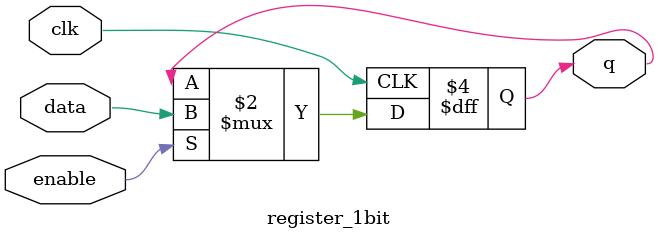
<source format=sv>

module register_1bit (
    input  logic clk,      // Clock signal
    input  logic enable,   // Enable signal (when high, allows updates)
    input  logic data,     // Data input
    output logic q         // Stored output value
);
    // Sequential logic block
    always_ff @(posedge clk) begin
        if (enable) begin
            q <= data;
        end
        // If enable is low, q retains its previous value
    end

endmodule
</source>
